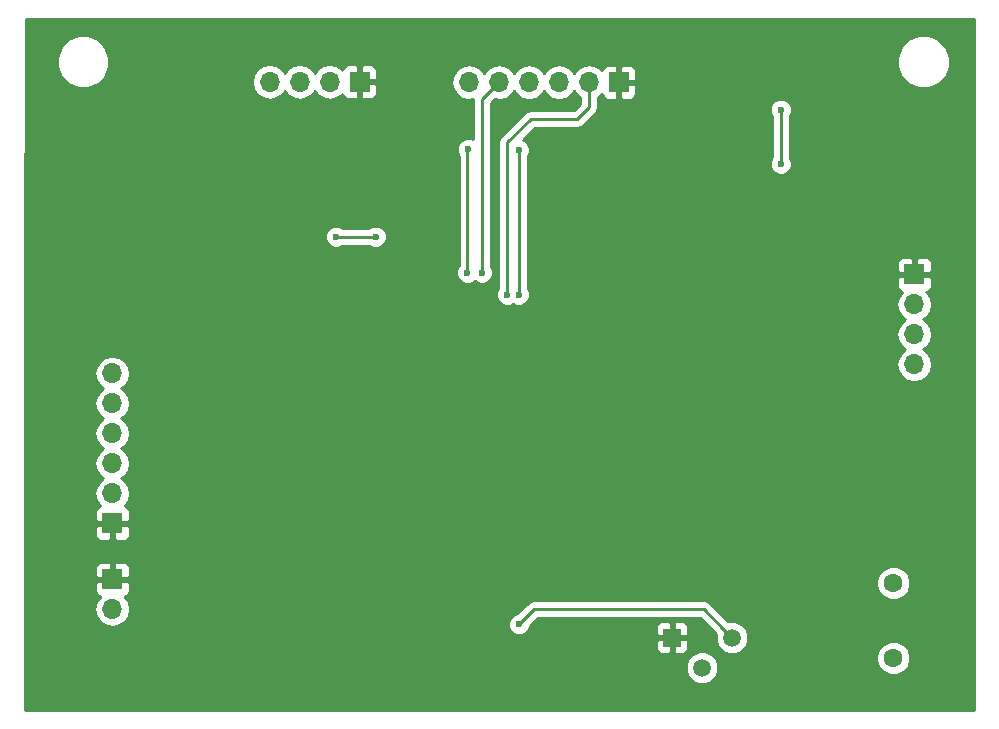
<source format=gbl>
G04 #@! TF.FileFunction,Copper,L2,Bot,Signal*
%FSLAX46Y46*%
G04 Gerber Fmt 4.6, Leading zero omitted, Abs format (unit mm)*
G04 Created by KiCad (PCBNEW 4.0.4+e1-6308~48~ubuntu16.04.1-stable) date Thu Jan  5 19:53:31 2017*
%MOMM*%
%LPD*%
G01*
G04 APERTURE LIST*
%ADD10C,0.100000*%
%ADD11R,1.700000X1.700000*%
%ADD12O,1.700000X1.700000*%
%ADD13C,1.600200*%
%ADD14C,1.510000*%
%ADD15R,1.510000X1.510000*%
%ADD16C,0.600000*%
%ADD17C,0.250000*%
%ADD18C,0.254000*%
G04 APERTURE END LIST*
D10*
D11*
X103050000Y-94200000D03*
D12*
X103050000Y-96740000D03*
D11*
X123990000Y-52100000D03*
D12*
X121450000Y-52100000D03*
X118910000Y-52100000D03*
X116370000Y-52100000D03*
D11*
X170950000Y-68395000D03*
D12*
X170950000Y-70935000D03*
X170950000Y-73475000D03*
X170950000Y-76015000D03*
D13*
X169175000Y-100875000D03*
X169175000Y-94525000D03*
D11*
X103050000Y-89470000D03*
D12*
X103050000Y-86930000D03*
X103050000Y-84390000D03*
X103050000Y-81850000D03*
X103050000Y-79310000D03*
X103050000Y-76770000D03*
D11*
X145945000Y-52125000D03*
D12*
X143405000Y-52125000D03*
X140865000Y-52125000D03*
X138325000Y-52125000D03*
X135785000Y-52125000D03*
X133245000Y-52125000D03*
D14*
X155525000Y-99150000D03*
D15*
X150445000Y-99150000D03*
D14*
X152985000Y-101690000D03*
D16*
X137475000Y-98025000D03*
X125775000Y-61600000D03*
X130400000Y-61600000D03*
X130400000Y-57500000D03*
X128125000Y-56175000D03*
X155150000Y-74250000D03*
X166775000Y-74250000D03*
X153275000Y-56700000D03*
X153275000Y-52100000D03*
X123875000Y-80550000D03*
X130350000Y-80550000D03*
X117350000Y-63375000D03*
X118675000Y-69775000D03*
X127850000Y-69775000D03*
X159650000Y-54450000D03*
X159650000Y-59050000D03*
X133150000Y-57800000D03*
X133125000Y-68250000D03*
X134350000Y-68250000D03*
X136500000Y-70100000D03*
X137450000Y-57850000D03*
X137450000Y-70100000D03*
X122000000Y-65200000D03*
X125350000Y-65200000D03*
D17*
X153125000Y-96750000D02*
X138750000Y-96750000D01*
X138750000Y-96750000D02*
X137475000Y-98025000D01*
X154770001Y-98395001D02*
X153125000Y-96750000D01*
X155525000Y-99150000D02*
X154770001Y-98395001D01*
X130400000Y-57500000D02*
X130400000Y-61600000D01*
X126925000Y-52125000D02*
X128125000Y-53325000D01*
X128125000Y-53325000D02*
X128125000Y-56175000D01*
X125115000Y-52125000D02*
X126925000Y-52125000D01*
X123990000Y-52100000D02*
X125090000Y-52100000D01*
X125090000Y-52100000D02*
X125115000Y-52125000D01*
X170950000Y-68395000D02*
X169850000Y-68395000D01*
X169850000Y-68395000D02*
X166775000Y-71470000D01*
X166775000Y-71470000D02*
X166775000Y-74250000D01*
X153275000Y-52100000D02*
X153275000Y-56700000D01*
X130350000Y-80550000D02*
X123875000Y-80550000D01*
X127850000Y-69775000D02*
X118675000Y-69775000D01*
X159650000Y-59050000D02*
X159650000Y-54450000D01*
X133125000Y-68250000D02*
X133125000Y-57825000D01*
X133125000Y-57825000D02*
X133150000Y-57800000D01*
X134350000Y-68250000D02*
X134350000Y-53560000D01*
X134350000Y-53560000D02*
X135785000Y-52125000D01*
X136500000Y-70100000D02*
X136500000Y-57225000D01*
X142425000Y-55225000D02*
X143405000Y-54245000D01*
X136500000Y-57225000D02*
X138500000Y-55225000D01*
X138500000Y-55225000D02*
X142425000Y-55225000D01*
X143405000Y-54245000D02*
X143405000Y-52125000D01*
X137450000Y-58750000D02*
X137450000Y-57850000D01*
X137450000Y-64175000D02*
X137450000Y-58750000D01*
X137450000Y-66900000D02*
X137450000Y-64175000D01*
X137450000Y-70100000D02*
X137450000Y-66900000D01*
X125350000Y-65200000D02*
X122000000Y-65200000D01*
D18*
G36*
X175990000Y-105290000D02*
X95685296Y-105290000D01*
X95686682Y-101965275D01*
X151594759Y-101965275D01*
X151805928Y-102476343D01*
X152196600Y-102867698D01*
X152707299Y-103079758D01*
X153260275Y-103080241D01*
X153771343Y-102869072D01*
X154162698Y-102478400D01*
X154374758Y-101967701D01*
X154375241Y-101414725D01*
X154269664Y-101159207D01*
X167739652Y-101159207D01*
X167957672Y-101686857D01*
X168361020Y-102090909D01*
X168888289Y-102309850D01*
X169459207Y-102310348D01*
X169986857Y-102092328D01*
X170390909Y-101688980D01*
X170609850Y-101161711D01*
X170610348Y-100590793D01*
X170392328Y-100063143D01*
X169988980Y-99659091D01*
X169461711Y-99440150D01*
X168890793Y-99439652D01*
X168363143Y-99657672D01*
X167959091Y-100061020D01*
X167740150Y-100588289D01*
X167739652Y-101159207D01*
X154269664Y-101159207D01*
X154164072Y-100903657D01*
X153773400Y-100512302D01*
X153262701Y-100300242D01*
X152709725Y-100299759D01*
X152198657Y-100510928D01*
X151807302Y-100901600D01*
X151595242Y-101412299D01*
X151594759Y-101965275D01*
X95686682Y-101965275D01*
X95687737Y-99435750D01*
X149055000Y-99435750D01*
X149055000Y-100031310D01*
X149151673Y-100264699D01*
X149330302Y-100443327D01*
X149563691Y-100540000D01*
X150159250Y-100540000D01*
X150318000Y-100381250D01*
X150318000Y-99277000D01*
X150572000Y-99277000D01*
X150572000Y-100381250D01*
X150730750Y-100540000D01*
X151326309Y-100540000D01*
X151559698Y-100443327D01*
X151738327Y-100264699D01*
X151835000Y-100031310D01*
X151835000Y-99435750D01*
X151676250Y-99277000D01*
X150572000Y-99277000D01*
X150318000Y-99277000D01*
X149213750Y-99277000D01*
X149055000Y-99435750D01*
X95687737Y-99435750D01*
X95688862Y-96740000D01*
X101535907Y-96740000D01*
X101648946Y-97308285D01*
X101970853Y-97790054D01*
X102452622Y-98111961D01*
X103020907Y-98225000D01*
X103079093Y-98225000D01*
X103153663Y-98210167D01*
X136539838Y-98210167D01*
X136681883Y-98553943D01*
X136944673Y-98817192D01*
X137288201Y-98959838D01*
X137660167Y-98960162D01*
X138003943Y-98818117D01*
X138267192Y-98555327D01*
X138386214Y-98268690D01*
X149055000Y-98268690D01*
X149055000Y-98864250D01*
X149213750Y-99023000D01*
X150318000Y-99023000D01*
X150318000Y-97918750D01*
X150572000Y-97918750D01*
X150572000Y-99023000D01*
X151676250Y-99023000D01*
X151835000Y-98864250D01*
X151835000Y-98268690D01*
X151738327Y-98035301D01*
X151559698Y-97856673D01*
X151326309Y-97760000D01*
X150730750Y-97760000D01*
X150572000Y-97918750D01*
X150318000Y-97918750D01*
X150159250Y-97760000D01*
X149563691Y-97760000D01*
X149330302Y-97856673D01*
X149151673Y-98035301D01*
X149055000Y-98268690D01*
X138386214Y-98268690D01*
X138409838Y-98211799D01*
X138409879Y-98164923D01*
X139064802Y-97510000D01*
X152810198Y-97510000D01*
X154146173Y-98845975D01*
X154135242Y-98872299D01*
X154134759Y-99425275D01*
X154345928Y-99936343D01*
X154736600Y-100327698D01*
X155247299Y-100539758D01*
X155800275Y-100540241D01*
X156311343Y-100329072D01*
X156702698Y-99938400D01*
X156914758Y-99427701D01*
X156915241Y-98874725D01*
X156704072Y-98363657D01*
X156313400Y-97972302D01*
X155802701Y-97760242D01*
X155249725Y-97759759D01*
X155221304Y-97771502D01*
X153662401Y-96212599D01*
X153415839Y-96047852D01*
X153125000Y-95990000D01*
X138750000Y-95990000D01*
X138459160Y-96047852D01*
X138212599Y-96212599D01*
X137335320Y-97089878D01*
X137289833Y-97089838D01*
X136946057Y-97231883D01*
X136682808Y-97494673D01*
X136540162Y-97838201D01*
X136539838Y-98210167D01*
X103153663Y-98210167D01*
X103647378Y-98111961D01*
X104129147Y-97790054D01*
X104451054Y-97308285D01*
X104564093Y-96740000D01*
X104451054Y-96171715D01*
X104129147Y-95689946D01*
X104085223Y-95660597D01*
X104259698Y-95588327D01*
X104438327Y-95409699D01*
X104535000Y-95176310D01*
X104535000Y-94809207D01*
X167739652Y-94809207D01*
X167957672Y-95336857D01*
X168361020Y-95740909D01*
X168888289Y-95959850D01*
X169459207Y-95960348D01*
X169986857Y-95742328D01*
X170390909Y-95338980D01*
X170609850Y-94811711D01*
X170610348Y-94240793D01*
X170392328Y-93713143D01*
X169988980Y-93309091D01*
X169461711Y-93090150D01*
X168890793Y-93089652D01*
X168363143Y-93307672D01*
X167959091Y-93711020D01*
X167740150Y-94238289D01*
X167739652Y-94809207D01*
X104535000Y-94809207D01*
X104535000Y-94485750D01*
X104376250Y-94327000D01*
X103177000Y-94327000D01*
X103177000Y-94347000D01*
X102923000Y-94347000D01*
X102923000Y-94327000D01*
X101723750Y-94327000D01*
X101565000Y-94485750D01*
X101565000Y-95176310D01*
X101661673Y-95409699D01*
X101840302Y-95588327D01*
X102014777Y-95660597D01*
X101970853Y-95689946D01*
X101648946Y-96171715D01*
X101535907Y-96740000D01*
X95688862Y-96740000D01*
X95690328Y-93223690D01*
X101565000Y-93223690D01*
X101565000Y-93914250D01*
X101723750Y-94073000D01*
X102923000Y-94073000D01*
X102923000Y-92873750D01*
X103177000Y-92873750D01*
X103177000Y-94073000D01*
X104376250Y-94073000D01*
X104535000Y-93914250D01*
X104535000Y-93223690D01*
X104438327Y-92990301D01*
X104259698Y-92811673D01*
X104026309Y-92715000D01*
X103335750Y-92715000D01*
X103177000Y-92873750D01*
X102923000Y-92873750D01*
X102764250Y-92715000D01*
X102073691Y-92715000D01*
X101840302Y-92811673D01*
X101661673Y-92990301D01*
X101565000Y-93223690D01*
X95690328Y-93223690D01*
X95691774Y-89755750D01*
X101565000Y-89755750D01*
X101565000Y-90446310D01*
X101661673Y-90679699D01*
X101840302Y-90858327D01*
X102073691Y-90955000D01*
X102764250Y-90955000D01*
X102923000Y-90796250D01*
X102923000Y-89597000D01*
X103177000Y-89597000D01*
X103177000Y-90796250D01*
X103335750Y-90955000D01*
X104026309Y-90955000D01*
X104259698Y-90858327D01*
X104438327Y-90679699D01*
X104535000Y-90446310D01*
X104535000Y-89755750D01*
X104376250Y-89597000D01*
X103177000Y-89597000D01*
X102923000Y-89597000D01*
X101723750Y-89597000D01*
X101565000Y-89755750D01*
X95691774Y-89755750D01*
X95697193Y-76770000D01*
X101535907Y-76770000D01*
X101648946Y-77338285D01*
X101970853Y-77820054D01*
X102300026Y-78040000D01*
X101970853Y-78259946D01*
X101648946Y-78741715D01*
X101535907Y-79310000D01*
X101648946Y-79878285D01*
X101970853Y-80360054D01*
X102300026Y-80580000D01*
X101970853Y-80799946D01*
X101648946Y-81281715D01*
X101535907Y-81850000D01*
X101648946Y-82418285D01*
X101970853Y-82900054D01*
X102300026Y-83120000D01*
X101970853Y-83339946D01*
X101648946Y-83821715D01*
X101535907Y-84390000D01*
X101648946Y-84958285D01*
X101970853Y-85440054D01*
X102300026Y-85660000D01*
X101970853Y-85879946D01*
X101648946Y-86361715D01*
X101535907Y-86930000D01*
X101648946Y-87498285D01*
X101970853Y-87980054D01*
X102014777Y-88009403D01*
X101840302Y-88081673D01*
X101661673Y-88260301D01*
X101565000Y-88493690D01*
X101565000Y-89184250D01*
X101723750Y-89343000D01*
X102923000Y-89343000D01*
X102923000Y-89323000D01*
X103177000Y-89323000D01*
X103177000Y-89343000D01*
X104376250Y-89343000D01*
X104535000Y-89184250D01*
X104535000Y-88493690D01*
X104438327Y-88260301D01*
X104259698Y-88081673D01*
X104085223Y-88009403D01*
X104129147Y-87980054D01*
X104451054Y-87498285D01*
X104564093Y-86930000D01*
X104451054Y-86361715D01*
X104129147Y-85879946D01*
X103799974Y-85660000D01*
X104129147Y-85440054D01*
X104451054Y-84958285D01*
X104564093Y-84390000D01*
X104451054Y-83821715D01*
X104129147Y-83339946D01*
X103799974Y-83120000D01*
X104129147Y-82900054D01*
X104451054Y-82418285D01*
X104564093Y-81850000D01*
X104451054Y-81281715D01*
X104129147Y-80799946D01*
X103799974Y-80580000D01*
X104129147Y-80360054D01*
X104451054Y-79878285D01*
X104564093Y-79310000D01*
X104451054Y-78741715D01*
X104129147Y-78259946D01*
X103799974Y-78040000D01*
X104129147Y-77820054D01*
X104451054Y-77338285D01*
X104564093Y-76770000D01*
X104451054Y-76201715D01*
X104129147Y-75719946D01*
X103647378Y-75398039D01*
X103079093Y-75285000D01*
X103020907Y-75285000D01*
X102452622Y-75398039D01*
X101970853Y-75719946D01*
X101648946Y-76201715D01*
X101535907Y-76770000D01*
X95697193Y-76770000D01*
X95701943Y-65385167D01*
X121064838Y-65385167D01*
X121206883Y-65728943D01*
X121469673Y-65992192D01*
X121813201Y-66134838D01*
X122185167Y-66135162D01*
X122528943Y-65993117D01*
X122562118Y-65960000D01*
X124787537Y-65960000D01*
X124819673Y-65992192D01*
X125163201Y-66134838D01*
X125535167Y-66135162D01*
X125878943Y-65993117D01*
X126142192Y-65730327D01*
X126284838Y-65386799D01*
X126285162Y-65014833D01*
X126143117Y-64671057D01*
X125880327Y-64407808D01*
X125536799Y-64265162D01*
X125164833Y-64264838D01*
X124821057Y-64406883D01*
X124787882Y-64440000D01*
X122562463Y-64440000D01*
X122530327Y-64407808D01*
X122186799Y-64265162D01*
X121814833Y-64264838D01*
X121471057Y-64406883D01*
X121207808Y-64669673D01*
X121065162Y-65013201D01*
X121064838Y-65385167D01*
X95701943Y-65385167D01*
X95708011Y-50842619D01*
X98339613Y-50842619D01*
X98679155Y-51664372D01*
X99307321Y-52293636D01*
X100128481Y-52634611D01*
X101017619Y-52635387D01*
X101839372Y-52295845D01*
X102064703Y-52070907D01*
X114885000Y-52070907D01*
X114885000Y-52129093D01*
X114998039Y-52697378D01*
X115319946Y-53179147D01*
X115801715Y-53501054D01*
X116370000Y-53614093D01*
X116938285Y-53501054D01*
X117420054Y-53179147D01*
X117640000Y-52849974D01*
X117859946Y-53179147D01*
X118341715Y-53501054D01*
X118910000Y-53614093D01*
X119478285Y-53501054D01*
X119960054Y-53179147D01*
X120180000Y-52849974D01*
X120399946Y-53179147D01*
X120881715Y-53501054D01*
X121450000Y-53614093D01*
X122018285Y-53501054D01*
X122500054Y-53179147D01*
X122529403Y-53135223D01*
X122601673Y-53309698D01*
X122780301Y-53488327D01*
X123013690Y-53585000D01*
X123704250Y-53585000D01*
X123863000Y-53426250D01*
X123863000Y-52227000D01*
X124117000Y-52227000D01*
X124117000Y-53426250D01*
X124275750Y-53585000D01*
X124966310Y-53585000D01*
X125199699Y-53488327D01*
X125378327Y-53309698D01*
X125475000Y-53076309D01*
X125475000Y-52385750D01*
X125316250Y-52227000D01*
X124117000Y-52227000D01*
X123863000Y-52227000D01*
X123843000Y-52227000D01*
X123843000Y-52095907D01*
X131760000Y-52095907D01*
X131760000Y-52154093D01*
X131873039Y-52722378D01*
X132194946Y-53204147D01*
X132676715Y-53526054D01*
X133245000Y-53639093D01*
X133590000Y-53570468D01*
X133590000Y-56970301D01*
X133336799Y-56865162D01*
X132964833Y-56864838D01*
X132621057Y-57006883D01*
X132357808Y-57269673D01*
X132215162Y-57613201D01*
X132214838Y-57985167D01*
X132356883Y-58328943D01*
X132365000Y-58337074D01*
X132365000Y-67687537D01*
X132332808Y-67719673D01*
X132190162Y-68063201D01*
X132189838Y-68435167D01*
X132331883Y-68778943D01*
X132594673Y-69042192D01*
X132938201Y-69184838D01*
X133310167Y-69185162D01*
X133653943Y-69043117D01*
X133737415Y-68959790D01*
X133819673Y-69042192D01*
X134163201Y-69184838D01*
X134535167Y-69185162D01*
X134878943Y-69043117D01*
X135142192Y-68780327D01*
X135284838Y-68436799D01*
X135285162Y-68064833D01*
X135143117Y-67721057D01*
X135110000Y-67687882D01*
X135110000Y-53874802D01*
X135418592Y-53566210D01*
X135785000Y-53639093D01*
X136353285Y-53526054D01*
X136835054Y-53204147D01*
X137055000Y-52874974D01*
X137274946Y-53204147D01*
X137756715Y-53526054D01*
X138325000Y-53639093D01*
X138893285Y-53526054D01*
X139375054Y-53204147D01*
X139595000Y-52874974D01*
X139814946Y-53204147D01*
X140296715Y-53526054D01*
X140865000Y-53639093D01*
X141433285Y-53526054D01*
X141915054Y-53204147D01*
X142135000Y-52874974D01*
X142354946Y-53204147D01*
X142645000Y-53397954D01*
X142645000Y-53930198D01*
X142110198Y-54465000D01*
X138500000Y-54465000D01*
X138209161Y-54522852D01*
X137962599Y-54687599D01*
X135962599Y-56687599D01*
X135797852Y-56934161D01*
X135740000Y-57225000D01*
X135740000Y-69537537D01*
X135707808Y-69569673D01*
X135565162Y-69913201D01*
X135564838Y-70285167D01*
X135706883Y-70628943D01*
X135969673Y-70892192D01*
X136313201Y-71034838D01*
X136685167Y-71035162D01*
X136975290Y-70915286D01*
X137263201Y-71034838D01*
X137635167Y-71035162D01*
X137877578Y-70935000D01*
X169435907Y-70935000D01*
X169548946Y-71503285D01*
X169870853Y-71985054D01*
X170200026Y-72205000D01*
X169870853Y-72424946D01*
X169548946Y-72906715D01*
X169435907Y-73475000D01*
X169548946Y-74043285D01*
X169870853Y-74525054D01*
X170200026Y-74745000D01*
X169870853Y-74964946D01*
X169548946Y-75446715D01*
X169435907Y-76015000D01*
X169548946Y-76583285D01*
X169870853Y-77065054D01*
X170352622Y-77386961D01*
X170920907Y-77500000D01*
X170979093Y-77500000D01*
X171547378Y-77386961D01*
X172029147Y-77065054D01*
X172351054Y-76583285D01*
X172464093Y-76015000D01*
X172351054Y-75446715D01*
X172029147Y-74964946D01*
X171699974Y-74745000D01*
X172029147Y-74525054D01*
X172351054Y-74043285D01*
X172464093Y-73475000D01*
X172351054Y-72906715D01*
X172029147Y-72424946D01*
X171699974Y-72205000D01*
X172029147Y-71985054D01*
X172351054Y-71503285D01*
X172464093Y-70935000D01*
X172351054Y-70366715D01*
X172029147Y-69884946D01*
X171985223Y-69855597D01*
X172159698Y-69783327D01*
X172338327Y-69604699D01*
X172435000Y-69371310D01*
X172435000Y-68680750D01*
X172276250Y-68522000D01*
X171077000Y-68522000D01*
X171077000Y-68542000D01*
X170823000Y-68542000D01*
X170823000Y-68522000D01*
X169623750Y-68522000D01*
X169465000Y-68680750D01*
X169465000Y-69371310D01*
X169561673Y-69604699D01*
X169740302Y-69783327D01*
X169914777Y-69855597D01*
X169870853Y-69884946D01*
X169548946Y-70366715D01*
X169435907Y-70935000D01*
X137877578Y-70935000D01*
X137978943Y-70893117D01*
X138242192Y-70630327D01*
X138384838Y-70286799D01*
X138385162Y-69914833D01*
X138243117Y-69571057D01*
X138210000Y-69537882D01*
X138210000Y-67418690D01*
X169465000Y-67418690D01*
X169465000Y-68109250D01*
X169623750Y-68268000D01*
X170823000Y-68268000D01*
X170823000Y-67068750D01*
X171077000Y-67068750D01*
X171077000Y-68268000D01*
X172276250Y-68268000D01*
X172435000Y-68109250D01*
X172435000Y-67418690D01*
X172338327Y-67185301D01*
X172159698Y-67006673D01*
X171926309Y-66910000D01*
X171235750Y-66910000D01*
X171077000Y-67068750D01*
X170823000Y-67068750D01*
X170664250Y-66910000D01*
X169973691Y-66910000D01*
X169740302Y-67006673D01*
X169561673Y-67185301D01*
X169465000Y-67418690D01*
X138210000Y-67418690D01*
X138210000Y-58412463D01*
X138242192Y-58380327D01*
X138384838Y-58036799D01*
X138385162Y-57664833D01*
X138243117Y-57321057D01*
X137980327Y-57057808D01*
X137811922Y-56987880D01*
X138814802Y-55985000D01*
X142425000Y-55985000D01*
X142715839Y-55927148D01*
X142962401Y-55762401D01*
X143942401Y-54782401D01*
X144040779Y-54635167D01*
X158714838Y-54635167D01*
X158856883Y-54978943D01*
X158890000Y-55012118D01*
X158890000Y-58487537D01*
X158857808Y-58519673D01*
X158715162Y-58863201D01*
X158714838Y-59235167D01*
X158856883Y-59578943D01*
X159119673Y-59842192D01*
X159463201Y-59984838D01*
X159835167Y-59985162D01*
X160178943Y-59843117D01*
X160442192Y-59580327D01*
X160584838Y-59236799D01*
X160585162Y-58864833D01*
X160443117Y-58521057D01*
X160410000Y-58487882D01*
X160410000Y-55012463D01*
X160442192Y-54980327D01*
X160584838Y-54636799D01*
X160585162Y-54264833D01*
X160443117Y-53921057D01*
X160180327Y-53657808D01*
X159836799Y-53515162D01*
X159464833Y-53514838D01*
X159121057Y-53656883D01*
X158857808Y-53919673D01*
X158715162Y-54263201D01*
X158714838Y-54635167D01*
X144040779Y-54635167D01*
X144107148Y-54535840D01*
X144165000Y-54245000D01*
X144165000Y-53397954D01*
X144455054Y-53204147D01*
X144484403Y-53160223D01*
X144556673Y-53334698D01*
X144735301Y-53513327D01*
X144968690Y-53610000D01*
X145659250Y-53610000D01*
X145818000Y-53451250D01*
X145818000Y-52252000D01*
X146072000Y-52252000D01*
X146072000Y-53451250D01*
X146230750Y-53610000D01*
X146921310Y-53610000D01*
X147154699Y-53513327D01*
X147333327Y-53334698D01*
X147430000Y-53101309D01*
X147430000Y-52410750D01*
X147271250Y-52252000D01*
X146072000Y-52252000D01*
X145818000Y-52252000D01*
X145798000Y-52252000D01*
X145798000Y-51998000D01*
X145818000Y-51998000D01*
X145818000Y-50798750D01*
X146072000Y-50798750D01*
X146072000Y-51998000D01*
X147271250Y-51998000D01*
X147430000Y-51839250D01*
X147430000Y-51148691D01*
X147333327Y-50915302D01*
X147260645Y-50842619D01*
X169489613Y-50842619D01*
X169829155Y-51664372D01*
X170457321Y-52293636D01*
X171278481Y-52634611D01*
X172167619Y-52635387D01*
X172989372Y-52295845D01*
X173618636Y-51667679D01*
X173959611Y-50846519D01*
X173960387Y-49957381D01*
X173620845Y-49135628D01*
X172992679Y-48506364D01*
X172171519Y-48165389D01*
X171282381Y-48164613D01*
X170460628Y-48504155D01*
X169831364Y-49132321D01*
X169490389Y-49953481D01*
X169489613Y-50842619D01*
X147260645Y-50842619D01*
X147154699Y-50736673D01*
X146921310Y-50640000D01*
X146230750Y-50640000D01*
X146072000Y-50798750D01*
X145818000Y-50798750D01*
X145659250Y-50640000D01*
X144968690Y-50640000D01*
X144735301Y-50736673D01*
X144556673Y-50915302D01*
X144484403Y-51089777D01*
X144455054Y-51045853D01*
X143973285Y-50723946D01*
X143405000Y-50610907D01*
X142836715Y-50723946D01*
X142354946Y-51045853D01*
X142135000Y-51375026D01*
X141915054Y-51045853D01*
X141433285Y-50723946D01*
X140865000Y-50610907D01*
X140296715Y-50723946D01*
X139814946Y-51045853D01*
X139595000Y-51375026D01*
X139375054Y-51045853D01*
X138893285Y-50723946D01*
X138325000Y-50610907D01*
X137756715Y-50723946D01*
X137274946Y-51045853D01*
X137055000Y-51375026D01*
X136835054Y-51045853D01*
X136353285Y-50723946D01*
X135785000Y-50610907D01*
X135216715Y-50723946D01*
X134734946Y-51045853D01*
X134515000Y-51375026D01*
X134295054Y-51045853D01*
X133813285Y-50723946D01*
X133245000Y-50610907D01*
X132676715Y-50723946D01*
X132194946Y-51045853D01*
X131873039Y-51527622D01*
X131760000Y-52095907D01*
X123843000Y-52095907D01*
X123843000Y-51973000D01*
X123863000Y-51973000D01*
X123863000Y-50773750D01*
X124117000Y-50773750D01*
X124117000Y-51973000D01*
X125316250Y-51973000D01*
X125475000Y-51814250D01*
X125475000Y-51123691D01*
X125378327Y-50890302D01*
X125199699Y-50711673D01*
X124966310Y-50615000D01*
X124275750Y-50615000D01*
X124117000Y-50773750D01*
X123863000Y-50773750D01*
X123704250Y-50615000D01*
X123013690Y-50615000D01*
X122780301Y-50711673D01*
X122601673Y-50890302D01*
X122529403Y-51064777D01*
X122500054Y-51020853D01*
X122018285Y-50698946D01*
X121450000Y-50585907D01*
X120881715Y-50698946D01*
X120399946Y-51020853D01*
X120180000Y-51350026D01*
X119960054Y-51020853D01*
X119478285Y-50698946D01*
X118910000Y-50585907D01*
X118341715Y-50698946D01*
X117859946Y-51020853D01*
X117640000Y-51350026D01*
X117420054Y-51020853D01*
X116938285Y-50698946D01*
X116370000Y-50585907D01*
X115801715Y-50698946D01*
X115319946Y-51020853D01*
X114998039Y-51502622D01*
X114885000Y-52070907D01*
X102064703Y-52070907D01*
X102468636Y-51667679D01*
X102809611Y-50846519D01*
X102810387Y-49957381D01*
X102470845Y-49135628D01*
X101842679Y-48506364D01*
X101021519Y-48165389D01*
X100132381Y-48164613D01*
X99310628Y-48504155D01*
X98681364Y-49132321D01*
X98340389Y-49953481D01*
X98339613Y-50842619D01*
X95708011Y-50842619D01*
X95709704Y-46785000D01*
X175990000Y-46785000D01*
X175990000Y-105290000D01*
X175990000Y-105290000D01*
G37*
X175990000Y-105290000D02*
X95685296Y-105290000D01*
X95686682Y-101965275D01*
X151594759Y-101965275D01*
X151805928Y-102476343D01*
X152196600Y-102867698D01*
X152707299Y-103079758D01*
X153260275Y-103080241D01*
X153771343Y-102869072D01*
X154162698Y-102478400D01*
X154374758Y-101967701D01*
X154375241Y-101414725D01*
X154269664Y-101159207D01*
X167739652Y-101159207D01*
X167957672Y-101686857D01*
X168361020Y-102090909D01*
X168888289Y-102309850D01*
X169459207Y-102310348D01*
X169986857Y-102092328D01*
X170390909Y-101688980D01*
X170609850Y-101161711D01*
X170610348Y-100590793D01*
X170392328Y-100063143D01*
X169988980Y-99659091D01*
X169461711Y-99440150D01*
X168890793Y-99439652D01*
X168363143Y-99657672D01*
X167959091Y-100061020D01*
X167740150Y-100588289D01*
X167739652Y-101159207D01*
X154269664Y-101159207D01*
X154164072Y-100903657D01*
X153773400Y-100512302D01*
X153262701Y-100300242D01*
X152709725Y-100299759D01*
X152198657Y-100510928D01*
X151807302Y-100901600D01*
X151595242Y-101412299D01*
X151594759Y-101965275D01*
X95686682Y-101965275D01*
X95687737Y-99435750D01*
X149055000Y-99435750D01*
X149055000Y-100031310D01*
X149151673Y-100264699D01*
X149330302Y-100443327D01*
X149563691Y-100540000D01*
X150159250Y-100540000D01*
X150318000Y-100381250D01*
X150318000Y-99277000D01*
X150572000Y-99277000D01*
X150572000Y-100381250D01*
X150730750Y-100540000D01*
X151326309Y-100540000D01*
X151559698Y-100443327D01*
X151738327Y-100264699D01*
X151835000Y-100031310D01*
X151835000Y-99435750D01*
X151676250Y-99277000D01*
X150572000Y-99277000D01*
X150318000Y-99277000D01*
X149213750Y-99277000D01*
X149055000Y-99435750D01*
X95687737Y-99435750D01*
X95688862Y-96740000D01*
X101535907Y-96740000D01*
X101648946Y-97308285D01*
X101970853Y-97790054D01*
X102452622Y-98111961D01*
X103020907Y-98225000D01*
X103079093Y-98225000D01*
X103153663Y-98210167D01*
X136539838Y-98210167D01*
X136681883Y-98553943D01*
X136944673Y-98817192D01*
X137288201Y-98959838D01*
X137660167Y-98960162D01*
X138003943Y-98818117D01*
X138267192Y-98555327D01*
X138386214Y-98268690D01*
X149055000Y-98268690D01*
X149055000Y-98864250D01*
X149213750Y-99023000D01*
X150318000Y-99023000D01*
X150318000Y-97918750D01*
X150572000Y-97918750D01*
X150572000Y-99023000D01*
X151676250Y-99023000D01*
X151835000Y-98864250D01*
X151835000Y-98268690D01*
X151738327Y-98035301D01*
X151559698Y-97856673D01*
X151326309Y-97760000D01*
X150730750Y-97760000D01*
X150572000Y-97918750D01*
X150318000Y-97918750D01*
X150159250Y-97760000D01*
X149563691Y-97760000D01*
X149330302Y-97856673D01*
X149151673Y-98035301D01*
X149055000Y-98268690D01*
X138386214Y-98268690D01*
X138409838Y-98211799D01*
X138409879Y-98164923D01*
X139064802Y-97510000D01*
X152810198Y-97510000D01*
X154146173Y-98845975D01*
X154135242Y-98872299D01*
X154134759Y-99425275D01*
X154345928Y-99936343D01*
X154736600Y-100327698D01*
X155247299Y-100539758D01*
X155800275Y-100540241D01*
X156311343Y-100329072D01*
X156702698Y-99938400D01*
X156914758Y-99427701D01*
X156915241Y-98874725D01*
X156704072Y-98363657D01*
X156313400Y-97972302D01*
X155802701Y-97760242D01*
X155249725Y-97759759D01*
X155221304Y-97771502D01*
X153662401Y-96212599D01*
X153415839Y-96047852D01*
X153125000Y-95990000D01*
X138750000Y-95990000D01*
X138459160Y-96047852D01*
X138212599Y-96212599D01*
X137335320Y-97089878D01*
X137289833Y-97089838D01*
X136946057Y-97231883D01*
X136682808Y-97494673D01*
X136540162Y-97838201D01*
X136539838Y-98210167D01*
X103153663Y-98210167D01*
X103647378Y-98111961D01*
X104129147Y-97790054D01*
X104451054Y-97308285D01*
X104564093Y-96740000D01*
X104451054Y-96171715D01*
X104129147Y-95689946D01*
X104085223Y-95660597D01*
X104259698Y-95588327D01*
X104438327Y-95409699D01*
X104535000Y-95176310D01*
X104535000Y-94809207D01*
X167739652Y-94809207D01*
X167957672Y-95336857D01*
X168361020Y-95740909D01*
X168888289Y-95959850D01*
X169459207Y-95960348D01*
X169986857Y-95742328D01*
X170390909Y-95338980D01*
X170609850Y-94811711D01*
X170610348Y-94240793D01*
X170392328Y-93713143D01*
X169988980Y-93309091D01*
X169461711Y-93090150D01*
X168890793Y-93089652D01*
X168363143Y-93307672D01*
X167959091Y-93711020D01*
X167740150Y-94238289D01*
X167739652Y-94809207D01*
X104535000Y-94809207D01*
X104535000Y-94485750D01*
X104376250Y-94327000D01*
X103177000Y-94327000D01*
X103177000Y-94347000D01*
X102923000Y-94347000D01*
X102923000Y-94327000D01*
X101723750Y-94327000D01*
X101565000Y-94485750D01*
X101565000Y-95176310D01*
X101661673Y-95409699D01*
X101840302Y-95588327D01*
X102014777Y-95660597D01*
X101970853Y-95689946D01*
X101648946Y-96171715D01*
X101535907Y-96740000D01*
X95688862Y-96740000D01*
X95690328Y-93223690D01*
X101565000Y-93223690D01*
X101565000Y-93914250D01*
X101723750Y-94073000D01*
X102923000Y-94073000D01*
X102923000Y-92873750D01*
X103177000Y-92873750D01*
X103177000Y-94073000D01*
X104376250Y-94073000D01*
X104535000Y-93914250D01*
X104535000Y-93223690D01*
X104438327Y-92990301D01*
X104259698Y-92811673D01*
X104026309Y-92715000D01*
X103335750Y-92715000D01*
X103177000Y-92873750D01*
X102923000Y-92873750D01*
X102764250Y-92715000D01*
X102073691Y-92715000D01*
X101840302Y-92811673D01*
X101661673Y-92990301D01*
X101565000Y-93223690D01*
X95690328Y-93223690D01*
X95691774Y-89755750D01*
X101565000Y-89755750D01*
X101565000Y-90446310D01*
X101661673Y-90679699D01*
X101840302Y-90858327D01*
X102073691Y-90955000D01*
X102764250Y-90955000D01*
X102923000Y-90796250D01*
X102923000Y-89597000D01*
X103177000Y-89597000D01*
X103177000Y-90796250D01*
X103335750Y-90955000D01*
X104026309Y-90955000D01*
X104259698Y-90858327D01*
X104438327Y-90679699D01*
X104535000Y-90446310D01*
X104535000Y-89755750D01*
X104376250Y-89597000D01*
X103177000Y-89597000D01*
X102923000Y-89597000D01*
X101723750Y-89597000D01*
X101565000Y-89755750D01*
X95691774Y-89755750D01*
X95697193Y-76770000D01*
X101535907Y-76770000D01*
X101648946Y-77338285D01*
X101970853Y-77820054D01*
X102300026Y-78040000D01*
X101970853Y-78259946D01*
X101648946Y-78741715D01*
X101535907Y-79310000D01*
X101648946Y-79878285D01*
X101970853Y-80360054D01*
X102300026Y-80580000D01*
X101970853Y-80799946D01*
X101648946Y-81281715D01*
X101535907Y-81850000D01*
X101648946Y-82418285D01*
X101970853Y-82900054D01*
X102300026Y-83120000D01*
X101970853Y-83339946D01*
X101648946Y-83821715D01*
X101535907Y-84390000D01*
X101648946Y-84958285D01*
X101970853Y-85440054D01*
X102300026Y-85660000D01*
X101970853Y-85879946D01*
X101648946Y-86361715D01*
X101535907Y-86930000D01*
X101648946Y-87498285D01*
X101970853Y-87980054D01*
X102014777Y-88009403D01*
X101840302Y-88081673D01*
X101661673Y-88260301D01*
X101565000Y-88493690D01*
X101565000Y-89184250D01*
X101723750Y-89343000D01*
X102923000Y-89343000D01*
X102923000Y-89323000D01*
X103177000Y-89323000D01*
X103177000Y-89343000D01*
X104376250Y-89343000D01*
X104535000Y-89184250D01*
X104535000Y-88493690D01*
X104438327Y-88260301D01*
X104259698Y-88081673D01*
X104085223Y-88009403D01*
X104129147Y-87980054D01*
X104451054Y-87498285D01*
X104564093Y-86930000D01*
X104451054Y-86361715D01*
X104129147Y-85879946D01*
X103799974Y-85660000D01*
X104129147Y-85440054D01*
X104451054Y-84958285D01*
X104564093Y-84390000D01*
X104451054Y-83821715D01*
X104129147Y-83339946D01*
X103799974Y-83120000D01*
X104129147Y-82900054D01*
X104451054Y-82418285D01*
X104564093Y-81850000D01*
X104451054Y-81281715D01*
X104129147Y-80799946D01*
X103799974Y-80580000D01*
X104129147Y-80360054D01*
X104451054Y-79878285D01*
X104564093Y-79310000D01*
X104451054Y-78741715D01*
X104129147Y-78259946D01*
X103799974Y-78040000D01*
X104129147Y-77820054D01*
X104451054Y-77338285D01*
X104564093Y-76770000D01*
X104451054Y-76201715D01*
X104129147Y-75719946D01*
X103647378Y-75398039D01*
X103079093Y-75285000D01*
X103020907Y-75285000D01*
X102452622Y-75398039D01*
X101970853Y-75719946D01*
X101648946Y-76201715D01*
X101535907Y-76770000D01*
X95697193Y-76770000D01*
X95701943Y-65385167D01*
X121064838Y-65385167D01*
X121206883Y-65728943D01*
X121469673Y-65992192D01*
X121813201Y-66134838D01*
X122185167Y-66135162D01*
X122528943Y-65993117D01*
X122562118Y-65960000D01*
X124787537Y-65960000D01*
X124819673Y-65992192D01*
X125163201Y-66134838D01*
X125535167Y-66135162D01*
X125878943Y-65993117D01*
X126142192Y-65730327D01*
X126284838Y-65386799D01*
X126285162Y-65014833D01*
X126143117Y-64671057D01*
X125880327Y-64407808D01*
X125536799Y-64265162D01*
X125164833Y-64264838D01*
X124821057Y-64406883D01*
X124787882Y-64440000D01*
X122562463Y-64440000D01*
X122530327Y-64407808D01*
X122186799Y-64265162D01*
X121814833Y-64264838D01*
X121471057Y-64406883D01*
X121207808Y-64669673D01*
X121065162Y-65013201D01*
X121064838Y-65385167D01*
X95701943Y-65385167D01*
X95708011Y-50842619D01*
X98339613Y-50842619D01*
X98679155Y-51664372D01*
X99307321Y-52293636D01*
X100128481Y-52634611D01*
X101017619Y-52635387D01*
X101839372Y-52295845D01*
X102064703Y-52070907D01*
X114885000Y-52070907D01*
X114885000Y-52129093D01*
X114998039Y-52697378D01*
X115319946Y-53179147D01*
X115801715Y-53501054D01*
X116370000Y-53614093D01*
X116938285Y-53501054D01*
X117420054Y-53179147D01*
X117640000Y-52849974D01*
X117859946Y-53179147D01*
X118341715Y-53501054D01*
X118910000Y-53614093D01*
X119478285Y-53501054D01*
X119960054Y-53179147D01*
X120180000Y-52849974D01*
X120399946Y-53179147D01*
X120881715Y-53501054D01*
X121450000Y-53614093D01*
X122018285Y-53501054D01*
X122500054Y-53179147D01*
X122529403Y-53135223D01*
X122601673Y-53309698D01*
X122780301Y-53488327D01*
X123013690Y-53585000D01*
X123704250Y-53585000D01*
X123863000Y-53426250D01*
X123863000Y-52227000D01*
X124117000Y-52227000D01*
X124117000Y-53426250D01*
X124275750Y-53585000D01*
X124966310Y-53585000D01*
X125199699Y-53488327D01*
X125378327Y-53309698D01*
X125475000Y-53076309D01*
X125475000Y-52385750D01*
X125316250Y-52227000D01*
X124117000Y-52227000D01*
X123863000Y-52227000D01*
X123843000Y-52227000D01*
X123843000Y-52095907D01*
X131760000Y-52095907D01*
X131760000Y-52154093D01*
X131873039Y-52722378D01*
X132194946Y-53204147D01*
X132676715Y-53526054D01*
X133245000Y-53639093D01*
X133590000Y-53570468D01*
X133590000Y-56970301D01*
X133336799Y-56865162D01*
X132964833Y-56864838D01*
X132621057Y-57006883D01*
X132357808Y-57269673D01*
X132215162Y-57613201D01*
X132214838Y-57985167D01*
X132356883Y-58328943D01*
X132365000Y-58337074D01*
X132365000Y-67687537D01*
X132332808Y-67719673D01*
X132190162Y-68063201D01*
X132189838Y-68435167D01*
X132331883Y-68778943D01*
X132594673Y-69042192D01*
X132938201Y-69184838D01*
X133310167Y-69185162D01*
X133653943Y-69043117D01*
X133737415Y-68959790D01*
X133819673Y-69042192D01*
X134163201Y-69184838D01*
X134535167Y-69185162D01*
X134878943Y-69043117D01*
X135142192Y-68780327D01*
X135284838Y-68436799D01*
X135285162Y-68064833D01*
X135143117Y-67721057D01*
X135110000Y-67687882D01*
X135110000Y-53874802D01*
X135418592Y-53566210D01*
X135785000Y-53639093D01*
X136353285Y-53526054D01*
X136835054Y-53204147D01*
X137055000Y-52874974D01*
X137274946Y-53204147D01*
X137756715Y-53526054D01*
X138325000Y-53639093D01*
X138893285Y-53526054D01*
X139375054Y-53204147D01*
X139595000Y-52874974D01*
X139814946Y-53204147D01*
X140296715Y-53526054D01*
X140865000Y-53639093D01*
X141433285Y-53526054D01*
X141915054Y-53204147D01*
X142135000Y-52874974D01*
X142354946Y-53204147D01*
X142645000Y-53397954D01*
X142645000Y-53930198D01*
X142110198Y-54465000D01*
X138500000Y-54465000D01*
X138209161Y-54522852D01*
X137962599Y-54687599D01*
X135962599Y-56687599D01*
X135797852Y-56934161D01*
X135740000Y-57225000D01*
X135740000Y-69537537D01*
X135707808Y-69569673D01*
X135565162Y-69913201D01*
X135564838Y-70285167D01*
X135706883Y-70628943D01*
X135969673Y-70892192D01*
X136313201Y-71034838D01*
X136685167Y-71035162D01*
X136975290Y-70915286D01*
X137263201Y-71034838D01*
X137635167Y-71035162D01*
X137877578Y-70935000D01*
X169435907Y-70935000D01*
X169548946Y-71503285D01*
X169870853Y-71985054D01*
X170200026Y-72205000D01*
X169870853Y-72424946D01*
X169548946Y-72906715D01*
X169435907Y-73475000D01*
X169548946Y-74043285D01*
X169870853Y-74525054D01*
X170200026Y-74745000D01*
X169870853Y-74964946D01*
X169548946Y-75446715D01*
X169435907Y-76015000D01*
X169548946Y-76583285D01*
X169870853Y-77065054D01*
X170352622Y-77386961D01*
X170920907Y-77500000D01*
X170979093Y-77500000D01*
X171547378Y-77386961D01*
X172029147Y-77065054D01*
X172351054Y-76583285D01*
X172464093Y-76015000D01*
X172351054Y-75446715D01*
X172029147Y-74964946D01*
X171699974Y-74745000D01*
X172029147Y-74525054D01*
X172351054Y-74043285D01*
X172464093Y-73475000D01*
X172351054Y-72906715D01*
X172029147Y-72424946D01*
X171699974Y-72205000D01*
X172029147Y-71985054D01*
X172351054Y-71503285D01*
X172464093Y-70935000D01*
X172351054Y-70366715D01*
X172029147Y-69884946D01*
X171985223Y-69855597D01*
X172159698Y-69783327D01*
X172338327Y-69604699D01*
X172435000Y-69371310D01*
X172435000Y-68680750D01*
X172276250Y-68522000D01*
X171077000Y-68522000D01*
X171077000Y-68542000D01*
X170823000Y-68542000D01*
X170823000Y-68522000D01*
X169623750Y-68522000D01*
X169465000Y-68680750D01*
X169465000Y-69371310D01*
X169561673Y-69604699D01*
X169740302Y-69783327D01*
X169914777Y-69855597D01*
X169870853Y-69884946D01*
X169548946Y-70366715D01*
X169435907Y-70935000D01*
X137877578Y-70935000D01*
X137978943Y-70893117D01*
X138242192Y-70630327D01*
X138384838Y-70286799D01*
X138385162Y-69914833D01*
X138243117Y-69571057D01*
X138210000Y-69537882D01*
X138210000Y-67418690D01*
X169465000Y-67418690D01*
X169465000Y-68109250D01*
X169623750Y-68268000D01*
X170823000Y-68268000D01*
X170823000Y-67068750D01*
X171077000Y-67068750D01*
X171077000Y-68268000D01*
X172276250Y-68268000D01*
X172435000Y-68109250D01*
X172435000Y-67418690D01*
X172338327Y-67185301D01*
X172159698Y-67006673D01*
X171926309Y-66910000D01*
X171235750Y-66910000D01*
X171077000Y-67068750D01*
X170823000Y-67068750D01*
X170664250Y-66910000D01*
X169973691Y-66910000D01*
X169740302Y-67006673D01*
X169561673Y-67185301D01*
X169465000Y-67418690D01*
X138210000Y-67418690D01*
X138210000Y-58412463D01*
X138242192Y-58380327D01*
X138384838Y-58036799D01*
X138385162Y-57664833D01*
X138243117Y-57321057D01*
X137980327Y-57057808D01*
X137811922Y-56987880D01*
X138814802Y-55985000D01*
X142425000Y-55985000D01*
X142715839Y-55927148D01*
X142962401Y-55762401D01*
X143942401Y-54782401D01*
X144040779Y-54635167D01*
X158714838Y-54635167D01*
X158856883Y-54978943D01*
X158890000Y-55012118D01*
X158890000Y-58487537D01*
X158857808Y-58519673D01*
X158715162Y-58863201D01*
X158714838Y-59235167D01*
X158856883Y-59578943D01*
X159119673Y-59842192D01*
X159463201Y-59984838D01*
X159835167Y-59985162D01*
X160178943Y-59843117D01*
X160442192Y-59580327D01*
X160584838Y-59236799D01*
X160585162Y-58864833D01*
X160443117Y-58521057D01*
X160410000Y-58487882D01*
X160410000Y-55012463D01*
X160442192Y-54980327D01*
X160584838Y-54636799D01*
X160585162Y-54264833D01*
X160443117Y-53921057D01*
X160180327Y-53657808D01*
X159836799Y-53515162D01*
X159464833Y-53514838D01*
X159121057Y-53656883D01*
X158857808Y-53919673D01*
X158715162Y-54263201D01*
X158714838Y-54635167D01*
X144040779Y-54635167D01*
X144107148Y-54535840D01*
X144165000Y-54245000D01*
X144165000Y-53397954D01*
X144455054Y-53204147D01*
X144484403Y-53160223D01*
X144556673Y-53334698D01*
X144735301Y-53513327D01*
X144968690Y-53610000D01*
X145659250Y-53610000D01*
X145818000Y-53451250D01*
X145818000Y-52252000D01*
X146072000Y-52252000D01*
X146072000Y-53451250D01*
X146230750Y-53610000D01*
X146921310Y-53610000D01*
X147154699Y-53513327D01*
X147333327Y-53334698D01*
X147430000Y-53101309D01*
X147430000Y-52410750D01*
X147271250Y-52252000D01*
X146072000Y-52252000D01*
X145818000Y-52252000D01*
X145798000Y-52252000D01*
X145798000Y-51998000D01*
X145818000Y-51998000D01*
X145818000Y-50798750D01*
X146072000Y-50798750D01*
X146072000Y-51998000D01*
X147271250Y-51998000D01*
X147430000Y-51839250D01*
X147430000Y-51148691D01*
X147333327Y-50915302D01*
X147260645Y-50842619D01*
X169489613Y-50842619D01*
X169829155Y-51664372D01*
X170457321Y-52293636D01*
X171278481Y-52634611D01*
X172167619Y-52635387D01*
X172989372Y-52295845D01*
X173618636Y-51667679D01*
X173959611Y-50846519D01*
X173960387Y-49957381D01*
X173620845Y-49135628D01*
X172992679Y-48506364D01*
X172171519Y-48165389D01*
X171282381Y-48164613D01*
X170460628Y-48504155D01*
X169831364Y-49132321D01*
X169490389Y-49953481D01*
X169489613Y-50842619D01*
X147260645Y-50842619D01*
X147154699Y-50736673D01*
X146921310Y-50640000D01*
X146230750Y-50640000D01*
X146072000Y-50798750D01*
X145818000Y-50798750D01*
X145659250Y-50640000D01*
X144968690Y-50640000D01*
X144735301Y-50736673D01*
X144556673Y-50915302D01*
X144484403Y-51089777D01*
X144455054Y-51045853D01*
X143973285Y-50723946D01*
X143405000Y-50610907D01*
X142836715Y-50723946D01*
X142354946Y-51045853D01*
X142135000Y-51375026D01*
X141915054Y-51045853D01*
X141433285Y-50723946D01*
X140865000Y-50610907D01*
X140296715Y-50723946D01*
X139814946Y-51045853D01*
X139595000Y-51375026D01*
X139375054Y-51045853D01*
X138893285Y-50723946D01*
X138325000Y-50610907D01*
X137756715Y-50723946D01*
X137274946Y-51045853D01*
X137055000Y-51375026D01*
X136835054Y-51045853D01*
X136353285Y-50723946D01*
X135785000Y-50610907D01*
X135216715Y-50723946D01*
X134734946Y-51045853D01*
X134515000Y-51375026D01*
X134295054Y-51045853D01*
X133813285Y-50723946D01*
X133245000Y-50610907D01*
X132676715Y-50723946D01*
X132194946Y-51045853D01*
X131873039Y-51527622D01*
X131760000Y-52095907D01*
X123843000Y-52095907D01*
X123843000Y-51973000D01*
X123863000Y-51973000D01*
X123863000Y-50773750D01*
X124117000Y-50773750D01*
X124117000Y-51973000D01*
X125316250Y-51973000D01*
X125475000Y-51814250D01*
X125475000Y-51123691D01*
X125378327Y-50890302D01*
X125199699Y-50711673D01*
X124966310Y-50615000D01*
X124275750Y-50615000D01*
X124117000Y-50773750D01*
X123863000Y-50773750D01*
X123704250Y-50615000D01*
X123013690Y-50615000D01*
X122780301Y-50711673D01*
X122601673Y-50890302D01*
X122529403Y-51064777D01*
X122500054Y-51020853D01*
X122018285Y-50698946D01*
X121450000Y-50585907D01*
X120881715Y-50698946D01*
X120399946Y-51020853D01*
X120180000Y-51350026D01*
X119960054Y-51020853D01*
X119478285Y-50698946D01*
X118910000Y-50585907D01*
X118341715Y-50698946D01*
X117859946Y-51020853D01*
X117640000Y-51350026D01*
X117420054Y-51020853D01*
X116938285Y-50698946D01*
X116370000Y-50585907D01*
X115801715Y-50698946D01*
X115319946Y-51020853D01*
X114998039Y-51502622D01*
X114885000Y-52070907D01*
X102064703Y-52070907D01*
X102468636Y-51667679D01*
X102809611Y-50846519D01*
X102810387Y-49957381D01*
X102470845Y-49135628D01*
X101842679Y-48506364D01*
X101021519Y-48165389D01*
X100132381Y-48164613D01*
X99310628Y-48504155D01*
X98681364Y-49132321D01*
X98340389Y-49953481D01*
X98339613Y-50842619D01*
X95708011Y-50842619D01*
X95709704Y-46785000D01*
X175990000Y-46785000D01*
X175990000Y-105290000D01*
M02*

</source>
